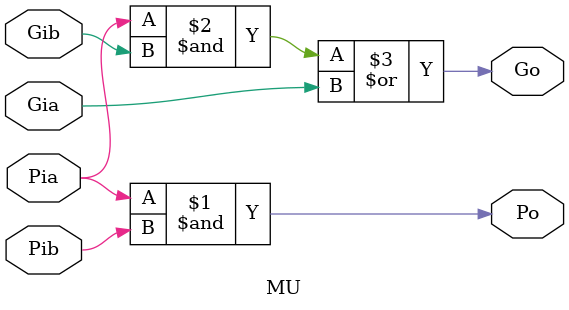
<source format=v>
module MU(input wire Pia,Gia,Pib,Gib,
          output wire Po,Go);

    assign Po = Pia & Pib;
    assign Go = (Pia & Gib) | Gia;

endmodule
</source>
